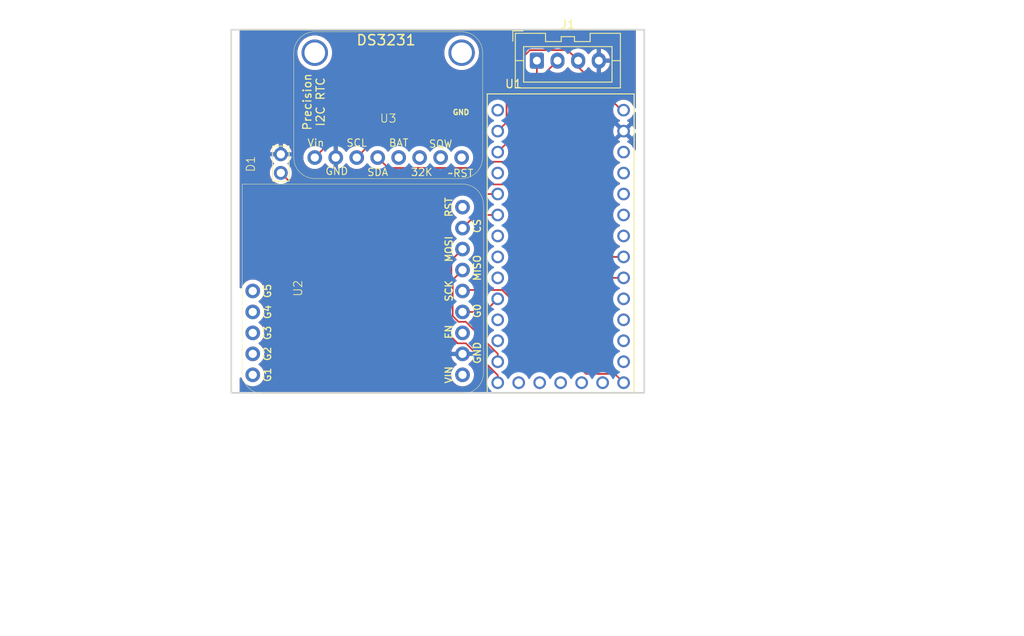
<source format=kicad_pcb>
(kicad_pcb (version 20240108) (generator "pcbnew") (generator_version "8.0")
  (layers (0 "F.Cu" signal) (1 "In1.Cu" signal) (2 "In2.Cu" signal) (31 "B.Cu" signal) (34 "B.Paste" user) (35 "F.Paste" user) (36 "B.SilkS" user "B.Silkscreen") (37 "F.SilkS" user "F.Silkscreen") (38 "B.Mask" user) (39 "F.Mask" user) (44 "Edge.Cuts" user))
  (net 0 "")
  (net 1 "GND")
  (net 19 "VCC")
  (net 20 "/SDA")
  (net 21 "/SCK")
  (net 22 "/MISO")
  (net 24 "/CS")
  (net 25 "Net-(D1-A)")
  (net 26 "/SCL")
  (net 27 "/G0")
  (net 28 "/MOSI")
  (net 29 "/TX")
  (net 31 "/RX")
  (net 33 "Net-(J1-Pin_2)")
  (net 34 "Net-(J1-Pin_1)")
  (footprint "Adafruit RFM+LoRa Breakout:LED (floating)" (layer "F.Cu") (at 68.85 58.275 90)
    (property "Reference" "D1" (at 0 -0.5 90) (layer "F.SilkS") (effects (font (thickness 0.1))))
    (property "Value" "LED (floating)")
    (fp_rect (start -2.075 2.15) (end 2.175 4.15) (stroke (width 0.1)) (fill none) (layer "F.SilkS"))
    (pad "1" thru_hole circle (at -1.075 3.15 180) (size 1.6764 1.6764) (drill 1) (layers "*.Cu" "*.Mask") (net 25 "Net-(D1-A)"))
    (pad "2" thru_hole circle (at 1.175 3.15 180) (size 1.6764 1.6764) (drill 1) (layers "*.Cu" "*.Mask") (net 1 "GND"))
  )
  (footprint "footprintLib:Teensy4.0" (layer "F.Cu") (at 105.88 68.26)
    (property "Reference" "U1" (at -5.715 -19.685 0) (layer "F.SilkS"))
    (property "Value" "DEV-15583")
    (fp_line (start -8.89 -18.48) (end 8.89 -18.48) (stroke (width 0.127)) (layer "F.SilkS"))
    (fp_line (start -8.89 17.78) (end -8.89 -18.48) (stroke (width 0.127)) (layer "F.SilkS"))
    (fp_line (start 8.89 -18.48) (end 8.89 17.78) (stroke (width 0.127)) (layer "F.SilkS"))
    (fp_line (start 8.89 17.78) (end -8.89 17.78) (stroke (width 0.127)) (layer "F.SilkS"))
    (fp_text user "GND" (at -12.065 -16.256 0) (layer "F.SilkS") (effects (font (size 0.64 0.64))))
    (pad "0" thru_hole circle (at -7.62 -13.97) (size 1.53 1.53) (drill 1.02) (layers "*.Cu" "*.Mask") (net 31 "/RX"))
    (pad "1" thru_hole circle (at -7.62 -11.43) (size 1.53 1.53) (drill 1.02) (layers "*.Cu" "*.Mask") (net 29 "/TX"))
    (pad "2" thru_hole circle (at -7.62 -8.89) (size 1.53 1.53) (drill 1.02) (layers "*.Cu" "*.Mask"))
    (pad "3" thru_hole circle (at -7.62 -6.35) (size 1.53 1.53) (drill 1.02) (layers "*.Cu" "*.Mask") (net 25 "Net-(D1-A)"))
    (pad "3.3V_1" thru_hole circle (at -2.54 16.51) (size 1.53 1.53) (drill 1.02) (layers "*.Cu" "*.Mask"))
    (pad "3.3V_2" thru_hole circle (at 7.62 -11.43) (size 1.53 1.53) (drill 1.02) (layers "*.Cu" "*.Mask"))
    (pad "4" thru_hole circle (at -7.62 -3.81) (size 1.53 1.53) (drill 1.02) (layers "*.Cu" "*.Mask") (net 24 "/CS"))
    (pad "5" thru_hole circle (at -7.62 -1.27) (size 1.53 1.53) (drill 1.02) (layers "*.Cu" "*.Mask"))
    (pad "6" thru_hole circle (at -7.62 1.27) (size 1.53 1.53) (drill 1.02) (layers "*.Cu" "*.Mask"))
    (pad "7" thru_hole circle (at -7.62 3.81) (size 1.53 1.53) (drill 1.02) (layers "*.Cu" "*.Mask"))
    (pad "8" thru_hole circle (at -7.62 6.35) (size 1.53 1.53) (drill 1.02) (layers "*.Cu" "*.Mask") (net 27 "/G0"))
    (pad "9" thru_hole circle (at -7.62 8.89) (size 1.53 1.53) (drill 1.02) (layers "*.Cu" "*.Mask"))
    (pad "10" thru_hole circle (at -7.62 11.43) (size 1.53 1.53) (drill 1.02) (layers "*.Cu" "*.Mask"))
    (pad "11" thru_hole circle (at -7.62 13.97) (size 1.53 1.53) (drill 1.02) (layers "*.Cu" "*.Mask") (net 22 "/MISO"))
    (pad "12" thru_hole circle (at -7.62 16.51) (size 1.53 1.53) (drill 1.02) (layers "*.Cu" "*.Mask") (net 28 "/MOSI"))
    (pad "13" thru_hole circle (at 7.62 16.51) (size 1.53 1.53) (drill 1.02) (layers "*.Cu" "*.Mask") (net 21 "/SCK"))
    (pad "14" thru_hole circle (at 7.62 13.97) (size 1.53 1.53) (drill 1.02) (layers "*.Cu" "*.Mask"))
    (pad "15" thru_hole circle (at 7.62 11.43) (size 1.53 1.53) (drill 1.02) (layers "*.Cu" "*.Mask"))
    (pad "16" thru_hole circle (at 7.62 8.89) (size 1.53 1.53) (drill 1.02) (layers "*.Cu" "*.Mask"))
    (pad "17" thru_hole circle (at 7.62 6.35) (size 1.53 1.53) (drill 1.02) (layers "*.Cu" "*.Mask"))
    (pad "18" thru_hole circle (at 7.62 3.81) (size 1.53 1.53) (drill 1.02) (layers "*.Cu" "*.Mask") (net 20 "/SDA"))
    (pad "19" thru_hole circle (at 7.62 1.27) (size 1.53 1.53) (drill 1.02) (layers "*.Cu" "*.Mask") (net 26 "/SCL"))
    (pad "20" thru_hole circle (at 7.62 -1.27) (size 1.53 1.53) (drill 1.02) (layers "*.Cu" "*.Mask"))
    (pad "21" thru_hole circle (at 7.62 -3.81) (size 1.53 1.53) (drill 1.02) (layers "*.Cu" "*.Mask"))
    (pad "22" thru_hole circle (at 7.62 -6.35) (size 1.53 1.53) (drill 1.02) (layers "*.Cu" "*.Mask"))
    (pad "23" thru_hole circle (at 7.62 -8.89) (size 1.53 1.53) (drill 1.02) (layers "*.Cu" "*.Mask"))
    (pad "G1" thru_hole circle (at -7.62 -16.51) (size 1.53 1.53) (drill 1.02) (layers "*.Cu" "*.Mask"))
    (pad "G2" thru_hole circle (at 0 16.51) (size 1.53 1.53) (drill 1.02) (layers "*.Cu" "*.Mask"))
    (pad "G3" thru_hole circle (at 7.62 -13.97) (size 1.53 1.53) (drill 1.02) (layers "*.Cu" "*.Mask") (net 1 "GND"))
    (pad "ON-OFF" thru_hole circle (at 5.08 16.51) (size 1.53 1.53) (drill 1.02) (layers "*.Cu" "*.Mask"))
    (pad "PGM" thru_hole circle (at 2.54 16.51) (size 1.53 1.53) (drill 1.02) (layers "*.Cu" "*.Mask"))
    (pad "VBAT" thru_hole circle (at -5.08 16.51) (size 1.53 1.53) (drill 1.02) (layers "*.Cu" "*.Mask"))
    (pad "VIN" thru_hole circle (at 7.62 -16.51) (size 1.53 1.53) (drill 1.02) (layers "*.Cu" "*.Mask") (net 19 "VCC"))
  )
  (footprint "Adafruit DS3231 RTC Breakout:DS3231" (layer "F.Cu") (at 85 49.25)
    (property "Reference" "U3" (at 0 3.5 0) (layer "F.SilkS") (effects (font (thickness 0.1))))
    (property "Value" "DS3231")
    (fp_line (start -11.43 8.24) (end -11.43 -4.46) (stroke (width 0.05)) (layer "F.SilkS"))
    (fp_line (start -8.89 -7) (end 8.89 -7) (stroke (width 0.05)) (layer "F.SilkS"))
    (fp_line (start 8.89 10.78) (end -8.89 10.78) (stroke (width 0.05)) (layer "F.SilkS"))
    (fp_line (start 11.43 -4.46) (end 11.43 8.24) (stroke (width 0.05)) (layer "F.SilkS"))
    (fp_arc (start -11.43 -4.46) (mid -10.686051 -6.256051) (end -8.89 -7) (stroke (width 0.05)) (layer "F.SilkS"))
    (fp_arc (start -8.89 10.78) (mid -10.686051 10.036051) (end -11.43 8.24) (stroke (width 0.05)) (layer "F.SilkS"))
    (fp_arc (start 8.89 -7) (mid 10.686051 -6.256051) (end 11.43 -4.46) (stroke (width 0.05)) (layer "F.SilkS"))
    (fp_arc (start 11.43 8.24) (mid 10.686051 10.036051) (end 8.89 10.78) (stroke (width 0.05)) (layer "F.SilkS"))
    (fp_text user "SQW" (at 6.35 6.589 0) (layer "F.SilkS") (effects (font (size 0.89408 0.89408) (thickness 0.12192))))
    (fp_text user "SDA" (at -1.27 10.018 0) (layer "F.SilkS") (effects (font (size 0.89408 0.89408) (thickness 0.12192))))
    (fp_text user "Vin" (at -8.763 6.462 0) (layer "F.SilkS") (effects (font (size 0.89408 0.89408) (thickness 0.12192))))
    (fp_text user "DS3231" (at -0.254 -5.984 0) (layer "F.SilkS") (effects (font (size 1.237488 1.237488) (thickness 0.184912))))
    (fp_text user "SCL" (at -3.81 6.462 0) (layer "F.SilkS") (effects (font (size 0.89408 0.89408) (thickness 0.12192))))
    (fp_text user "Precision\nI2C RTC" (at -9 1.5 90) (layer "F.SilkS") (effects (font (size 0.99441 0.99441) (thickness 0.14859))))
    (fp_text user "32K" (at 4.064 10.018 0) (layer "F.SilkS") (effects (font (size 0.89408 0.89408) (thickness 0.12192))))
    (fp_text user "~RST" (at 8.763 10.145 0) (layer "F.SilkS") (effects (font (size 0.89408 0.89408) (thickness 0.12192))))
    (fp_text user "GND" (at -6.223 9.891 0) (layer "F.SilkS") (effects (font (size 0.89408 0.89408) (thickness 0.12192))))
    (fp_text user "BAT" (at 1.27 6.462 0) (layer "F.SilkS") (effects (font (size 0.89408 0.89408) (thickness 0.12192))))
    (pad "1" thru_hole circle (at -8.89 8.24 90) (size 1.778 1.778) (drill 1) (layers "*.Cu" "*.Mask") (net 19 "VCC"))
    (pad "2" thru_hole circle (at -6.35 8.24 90) (size 1.778 1.778) (drill 1) (layers "*.Cu" "*.Mask") (net 1 "GND"))
    (pad "3" thru_hole circle (at -3.81 8.24 90) (size 1.778 1.778) (drill 1) (layers "*.Cu" "*.Mask") (net 26 "/SCL"))
    (pad "4" thru_hole circle (at -1.27 8.24 90) (size 1.778 1.778) (drill 1) (layers "*.Cu" "*.Mask") (net 20 "/SDA"))
    (pad "5" thru_hole circle (at 1.27 8.24 90) (size 1.778 1.778) (drill 1) (layers "*.Cu" "*.Mask"))
    (pad "6" thru_hole circle (at 3.81 8.24 90) (size 1.778 1.778) (drill 1) (layers "*.Cu" "*.Mask"))
    (pad "7" thru_hole circle (at 6.35 8.24 90) (size 1.778 1.778) (drill 1) (layers "*.Cu" "*.Mask"))
    (pad "8" thru_hole circle (at 8.89 8.24 90) (size 1.778 1.778) (drill 1) (layers "*.Cu" "*.Mask"))
    (pad "P$1" thru_hole circle (at -8.89 -4.46) (size 3.2 3.2) (drill 2.5) (layers "*.Cu" "*.Mask"))
    (pad "P$1" thru_hole circle (at 8.89 -4.46) (size 3.2 3.2) (drill 2.5) (layers "*.Cu" "*.Mask"))
    (zone (net 0) (net_name "") (layer "F.Cu") (connect_pads (clearance 0)) (min_thickness 0.25)
      (keepout (tracks not_allowed) (vias not_allowed) (pads not_allowed) (copperpour not_allowed) (footprints allowed))
      (fill (thermal_gap 0.5) (thermal_bridge_width 0.5))
      (polygon (pts (xy 78.126 44.79) (xy 78.10638 44.509427) (xy 78.047904 44.234315) (xy 77.951708 43.970019) (xy 77.819665 43.721683) (xy 77.654346 43.49414) (xy 77.458967 43.29182) (xy 77.237333 43.11866) (xy 76.993756 42.978031) (xy 76.732978 42.87267) (xy 76.460075 42.804628) (xy 76.180357 42.775228) (xy 75.899271 42.785044) (xy 75.622285 42.833884) (xy 75.354793 42.920797) (xy 75.102 43.044093) (xy 74.868826 43.20137) (xy 74.659811 43.389569) (xy 74.479022 43.605025) (xy 74.329978 43.843545) (xy 74.21558 44.100487) (xy 74.138054 44.37085) (xy 74.098911 44.649371) (xy 74.098911 44.930629) (xy 74.138054 45.20915) (xy 74.21558 45.479513) (xy 74.329978 45.736455) (xy 74.479022 45.974975) (xy 74.659811 46.190431) (xy 74.868826 46.37863) (xy 75.102 46.535907) (xy 75.354793 46.659203) (xy 75.622285 46.746116) (xy 75.899271 46.794956) (xy 76.180357 46.804772) (xy 76.460075 46.775372) (xy 76.732978 46.70733) (xy 76.993756 46.601969) (xy 77.237333 46.46134) (xy 77.458967 46.28818) (xy 77.654346 46.08586) (xy 77.819665 45.858317) (xy 77.951708 45.609981) (xy 78.047904 45.345685) (xy 78.10638 45.070573)))
      (polygon (pts (xy 76.094 44.79) (xy 76.098686 44.801314) (xy 76.11 44.806) (xy 76.121314 44.801314) (xy 76.126 44.79) (xy 76.121314 44.778686) (xy 76.11 44.774) (xy 76.098686 44.778686)))
    )
    (zone (net 0) (net_name "") (layer "F.Cu") (connect_pads (clearance 0)) (min_thickness 0.25)
      (keepout (tracks not_allowed) (vias not_allowed) (pads not_allowed) (copperpour not_allowed) (footprints allowed))
      (fill (thermal_gap 0.5) (thermal_bridge_width 0.5))
      (polygon (pts (xy 95.906 44.79) (xy 95.88638 44.509427) (xy 95.827904 44.234315) (xy 95.731708 43.970019) (xy 95.599665 43.721683) (xy 95.434346 43.49414) (xy 95.238967 43.29182) (xy 95.017333 43.11866) (xy 94.773756 42.978031) (xy 94.512978 42.87267) (xy 94.240075 42.804628) (xy 93.960357 42.775228) (xy 93.679271 42.785044) (xy 93.402285 42.833884) (xy 93.134793 42.920797) (xy 92.882 43.044093) (xy 92.648826 43.20137) (xy 92.439811 43.389569) (xy 92.259022 43.605025) (xy 92.109978 43.843545) (xy 91.99558 44.100487) (xy 91.918054 44.37085) (xy 91.878911 44.649371) (xy 91.878911 44.930629) (xy 91.918054 45.20915) (xy 91.99558 45.479513) (xy 92.109978 45.736455) (xy 92.259022 45.974975) (xy 92.439811 46.190431) (xy 92.648826 46.37863) (xy 92.882 46.535907) (xy 93.134793 46.659203) (xy 93.402285 46.746116) (xy 93.679271 46.794956) (xy 93.960357 46.804772) (xy 94.240075 46.775372) (xy 94.512978 46.70733) (xy 94.773756 46.601969) (xy 95.017333 46.46134) (xy 95.238967 46.28818) (xy 95.434346 46.08586) (xy 95.599665 45.858317) (xy 95.731708 45.609981) (xy 95.827904 45.345685) (xy 95.88638 45.070573)))
      (polygon (pts (xy 93.874 44.79) (xy 93.878686 44.801314) (xy 93.89 44.806) (xy 93.901314 44.801314) (xy 93.906 44.79) (xy 93.901314 44.778686) (xy 93.89 44.774) (xy 93.878686 44.778686)))
    )
    (zone (net 0) (net_name "") (layer "B.Cu") (connect_pads (clearance 0)) (min_thickness 0.25)
      (keepout (tracks not_allowed) (vias not_allowed) (pads not_allowed) (copperpour not_allowed) (footprints allowed))
      (fill (thermal_gap 0.5) (thermal_bridge_width 0.5))
      (polygon (pts (xy 78.126 44.79) (xy 78.10638 44.509427) (xy 78.047904 44.234315) (xy 77.951708 43.970019) (xy 77.819665 43.721683) (xy 77.654346 43.49414) (xy 77.458967 43.29182) (xy 77.237333 43.11866) (xy 76.993756 42.978031) (xy 76.732978 42.87267) (xy 76.460075 42.804628) (xy 76.180357 42.775228) (xy 75.899271 42.785044) (xy 75.622285 42.833884) (xy 75.354793 42.920797) (xy 75.102 43.044093) (xy 74.868826 43.20137) (xy 74.659811 43.389569) (xy 74.479022 43.605025) (xy 74.329978 43.843545) (xy 74.21558 44.100487) (xy 74.138054 44.37085) (xy 74.098911 44.649371) (xy 74.098911 44.930629) (xy 74.138054 45.20915) (xy 74.21558 45.479513) (xy 74.329978 45.736455) (xy 74.479022 45.974975) (xy 74.659811 46.190431) (xy 74.868826 46.37863) (xy 75.102 46.535907) (xy 75.354793 46.659203) (xy 75.622285 46.746116) (xy 75.899271 46.794956) (xy 76.180357 46.804772) (xy 76.460075 46.775372) (xy 76.732978 46.70733) (xy 76.993756 46.601969) (xy 77.237333 46.46134) (xy 77.458967 46.28818) (xy 77.654346 46.08586) (xy 77.819665 45.858317) (xy 77.951708 45.609981) (xy 78.047904 45.345685) (xy 78.10638 45.070573)))
      (polygon (pts (xy 76.094 44.79) (xy 76.098686 44.801314) (xy 76.11 44.806) (xy 76.121314 44.801314) (xy 76.126 44.79) (xy 76.121314 44.778686) (xy 76.11 44.774) (xy 76.098686 44.778686)))
    )
    (zone (net 0) (net_name "") (layer "B.Cu") (connect_pads (clearance 0)) (min_thickness 0.25)
      (keepout (tracks not_allowed) (vias not_allowed) (pads not_allowed) (copperpour not_allowed) (footprints allowed))
      (fill (thermal_gap 0.5) (thermal_bridge_width 0.5))
      (polygon (pts (xy 95.906 44.79) (xy 95.88638 44.509427) (xy 95.827904 44.234315) (xy 95.731708 43.970019) (xy 95.599665 43.721683) (xy 95.434346 43.49414) (xy 95.238967 43.29182) (xy 95.017333 43.11866) (xy 94.773756 42.978031) (xy 94.512978 42.87267) (xy 94.240075 42.804628) (xy 93.960357 42.775228) (xy 93.679271 42.785044) (xy 93.402285 42.833884) (xy 93.134793 42.920797) (xy 92.882 43.044093) (xy 92.648826 43.20137) (xy 92.439811 43.389569) (xy 92.259022 43.605025) (xy 92.109978 43.843545) (xy 91.99558 44.100487) (xy 91.918054 44.37085) (xy 91.878911 44.649371) (xy 91.878911 44.930629) (xy 91.918054 45.20915) (xy 91.99558 45.479513) (xy 92.109978 45.736455) (xy 92.259022 45.974975) (xy 92.439811 46.190431) (xy 92.648826 46.37863) (xy 92.882 46.535907) (xy 93.134793 46.659203) (xy 93.402285 46.746116) (xy 93.679271 46.794956) (xy 93.960357 46.804772) (xy 94.240075 46.775372) (xy 94.512978 46.70733) (xy 94.773756 46.601969) (xy 95.017333 46.46134) (xy 95.238967 46.28818) (xy 95.434346 46.08586) (xy 95.599665 45.858317) (xy 95.731708 45.609981) (xy 95.827904 45.345685) (xy 95.88638 45.070573)))
      (polygon (pts (xy 93.874 44.79) (xy 93.878686 44.801314) (xy 93.89 44.806) (xy 93.901314 44.801314) (xy 93.906 44.79) (xy 93.901314 44.778686) (xy 93.89 44.774) (xy 93.878686 44.778686)))
    )
  )
  (footprint "Adafruit RFM+LoRa Breakout:RFM95W" (layer "F.Cu") (at 78.5802 73.333 90)
    (property "Reference" "U2" (at 0 -4.5 90) (layer "F.SilkS") (effects (font (thickness 0.1))))
    (property "Value" "RFM95W")
    (fp_line (start 12.627 -11.2502) (end 12.627 15.4198) (stroke (width 0.05)) (layer "F.SilkS"))
    (fp_line (start -10.233 -11.2502) (end 12.627 -11.2502) (stroke (width 0.05)) (layer "F.SilkS"))
    (fp_line (start -12.773 15.4198) (end -12.773 -8.7102) (stroke (width 0.05)) (layer "F.SilkS"))
    (fp_line (start 10.087 17.9598) (end -10.233 17.9598) (stroke (width 0.05)) (layer "F.SilkS"))
    (fp_arc (start -12.773 -8.7102) (mid -12.029051 -10.506251) (end -10.233 -11.2502) (stroke (width 0.05)) (layer "F.SilkS"))
    (fp_arc (start 12.627 15.4198) (mid 11.883051 17.215851) (end 10.087 17.9598) (stroke (width 0.05)) (layer "F.SilkS"))
    (fp_arc (start -10.233 17.9598) (mid -12.029051 17.215851) (end -12.773 15.4198) (stroke (width 0.05)) (layer "F.SilkS"))
    (fp_text user "G0" (at -2.74 17.1978 90) (layer "F.SilkS") (effects (font (size 0.8636 0.8636) (thickness 0.1524))))
    (fp_text user "VIN" (at -10.487 13.7688 90) (layer "F.SilkS") (effects (font (size 0.8636 0.8636) (thickness 0.1524))))
    (fp_text user "EN" (at -5.28 13.7688 90) (layer "F.SilkS") (effects (font (size 0.8636 0.8636) (thickness 0.1524))))
    (fp_text user "CS" (at 7.547 17.1978 90) (layer "F.SilkS") (effects (font (size 0.8636 0.8636) (thickness 0.1524))))
    (fp_text user "MOSI" (at 4.753 13.7688 90) (layer "F.SilkS") (effects (font (size 0.8636 0.8636) (thickness 0.1524))))
    (fp_text user "MISO" (at 2.467 17.1978 90) (layer "F.SilkS") (effects (font (size 0.8636 0.8636) (thickness 0.1524))))
    (fp_text user "G5" (at -0.327 -8.2022 90) (layer "F.SilkS") (effects (font (size 0.8636 0.8636) (thickness 0.1524))))
    (fp_text user "SCK" (at -0.327 13.7688 90) (layer "F.SilkS") (effects (font (size 0.8636 0.8636) (thickness 0.1524))))
    (fp_text user "GND" (at -7.82 17.1978 90) (layer "F.SilkS") (effects (font (size 0.8636 0.8636) (thickness 0.1524))))
    (fp_text user "G3" (at -5.407 -8.2022 90) (layer "F.SilkS") (effects (font (size 0.8636 0.8636) (thickness 0.1524))))
    (fp_text user "G1" (at -10.487 -8.2022 90) (layer "F.SilkS") (effects (font (size 0.8636 0.8636) (thickness 0.1524))))
    (fp_text user "RST" (at 9.833 13.7688 90) (layer "F.SilkS") (effects (font (size 0.8636 0.8636) (thickness 0.1524))))
    (fp_text user "G2" (at -7.947 -8.2022 90) (layer "F.SilkS") (effects (font (size 0.8636 0.8636) (thickness 0.1524))))
    (fp_text user "G4" (at -2.867 -8.2022 90) (layer "F.SilkS") (effects (font (size 0.8636 0.8636) (thickness 0.1524))))
    (pad "1" thru_hole circle (at -10.487 -9.9802 180) (size 1.778 1.778) (drill 1) (layers "*.Cu" "*.Mask"))
    (pad "1" thru_hole circle (at -10.487 15.4198 180) (size 1.778 1.778) (drill 1) (layers "*.Cu" "*.Mask") (net 19 "VCC"))
    (pad "2" thru_hole circle (at -7.947 -9.9802 180) (size 1.778 1.778) (drill 1) (layers "*.Cu" "*.Mask"))
    (pad "2" thru_hole circle (at -7.947 15.4198 180) (size 1.778 1.778) (drill 1) (layers "*.Cu" "*.Mask") (net 1 "GND"))
    (pad "3" thru_hole circle (at -5.407 -9.9802 180) (size 1.778 1.778) (drill 1) (layers "*.Cu" "*.Mask"))
    (pad "3" thru_hole circle (at -5.407 15.4198 180) (size 1.778 1.778) (drill 1) (layers "*.Cu" "*.Mask"))
    (pad "4" thru_hole circle (at -2.867 -9.9802 180) (size 1.778 1.778) (drill 1) (layers "*.Cu" "*.Mask"))
    (pad "4" thru_hole circle (at -2.867 15.4198 180) (size 1.778 1.778) (drill 1) (layers "*.Cu" "*.Mask") (net 27 "/G0"))
    (pad "5" thru_hole circle (at -0.327 -9.9802 180) (size 1.778 1.778) (drill 1) (layers "*.Cu" "*.Mask"))
    (pad "5" thru_hole circle (at -0.327 15.4198 180) (size 1.778 1.778) (drill 1) (layers "*.Cu" "*.Mask") (net 21 "/SCK"))
    (pad "6" thru_hole circle (at 2.213 15.4198 180) (size 1.778 1.778) (drill 1) (layers "*.Cu" "*.Mask") (net 22 "/MISO"))
    (pad "7" thru_hole circle (at 4.753 15.4198 180) (size 1.778 1.778) (drill 1) (layers "*.Cu" "*.Mask") (net 28 "/MOSI"))
    (pad "8" thru_hole circle (at 7.293 15.4198 180) (size 1.778 1.778) (drill 1) (layers "*.Cu" "*.Mask") (net 24 "/CS"))
    (pad "9" thru_hole circle (at 9.833 15.4198 180) (size 1.778 1.778) (drill 1) (layers "*.Cu" "*.Mask"))
  )
  (footprint "Connector_JST:JST_XA_B04B-XASK-1_1x04_P2.50mm_Vertical" (layer "F.Cu") (at 103 45.75)
    (property "Reference" "J1" (at 3.75 -4.4 0) (layer "F.SilkS"))
    (property "Value" "JST_XA_B04B-XASK-1_1x04_P2.50mm_Vertical")
    (fp_line (start -2.91 -3.61) (end -2.91 -2.36) (stroke (width 0.12)) (layer "F.SilkS"))
    (fp_line (start -2.61 -3.31) (end -2.61 3.31) (stroke (width 0.12)) (layer "F.SilkS"))
    (fp_line (start -2.61 0) (end -1.6 0) (stroke (width 0.12)) (layer "F.SilkS"))
    (fp_line (start -2.61 3.31) (end 10.11 3.31) (stroke (width 0.12)) (layer "F.SilkS"))
    (fp_line (start -1.66 -3.61) (end -2.91 -3.61) (stroke (width 0.12)) (layer "F.SilkS"))
    (fp_line (start -1.6 -1.7) (end -1.6 2.6) (stroke (width 0.12)) (layer "F.SilkS"))
    (fp_line (start -1.6 2.6) (end 9.1 2.6) (stroke (width 0.12)) (layer "F.SilkS"))
    (fp_line (start 1.05 -3.31) (end -2.61 -3.31) (stroke (width 0.12)) (layer "F.SilkS"))
    (fp_line (start 1.05 -2.31) (end 1.05 -3.31) (stroke (width 0.12)) (layer "F.SilkS"))
    (fp_line (start 2.95 -2.91) (end 2.95 -2.31) (stroke (width 0.12)) (layer "F.SilkS"))
    (fp_line (start 2.95 -2.31) (end 1.05 -2.31) (stroke (width 0.12)) (layer "F.SilkS"))
    (fp_line (start 4.55 -2.91) (end 2.95 -2.91) (stroke (width 0.12)) (layer "F.SilkS"))
    (fp_line (start 4.55 -2.31) (end 4.55 -2.91) (stroke (width 0.12)) (layer "F.SilkS"))
    (fp_line (start 6.45 -3.31) (end 6.45 -2.31) (stroke (width 0.12)) (layer "F.SilkS"))
    (fp_line (start 6.45 -2.31) (end 4.55 -2.31) (stroke (width 0.12)) (layer "F.SilkS"))
    (fp_line (start 9.1 -1.7) (end -1.6 -1.7) (stroke (width 0.12)) (layer "F.SilkS"))
    (fp_line (start 9.1 2.6) (end 9.1 -1.7) (stroke (width 0.12)) (layer "F.SilkS"))
    (fp_line (start 10.11 -3.31) (end 6.45 -3.31) (stroke (width 0.12)) (layer "F.SilkS"))
    (fp_line (start 10.11 0) (end 9.1 0) (stroke (width 0.12)) (layer "F.SilkS"))
    (fp_line (start 10.11 3.31) (end 10.11 -3.31) (stroke (width 0.12)) (layer "F.SilkS"))
    (pad "1" thru_hole roundrect (at 0 0) (size 1.7 1.95) (drill 0.95) (layers "*.Cu" "*.Mask") (roundrect_rratio 0.147059) (net 34 "Net-(J1-Pin_1)"))
    (pad "2" thru_hole oval (at 2.5 0) (size 1.7 1.95) (drill 0.95) (layers "*.Cu" "*.Mask") (net 33 "Net-(J1-Pin_2)"))
    (pad "3" thru_hole oval (at 5 0) (size 1.7 1.95) (drill 0.95) (layers "*.Cu" "*.Mask") (net 19 "VCC"))
    (pad "4" thru_hole oval (at 7.5 0) (size 1.7 1.95) (drill 0.95) (layers "*.Cu" "*.Mask") (net 1 "GND"))
  )
  (gr_rect (start 66 42) (end 116 86) (stroke (width 0.2)) (fill none) (layer "Edge.Cuts"))
  (segment (start 103 47.25) (end 103 46) (width 0.2) (layer "F.Cu") (net 0))
  (segment (start 99.75 51.5) (end 105.5 45.75) (width 0.2) (layer "F.Cu") (net 0))
  (segment (start 99.3282 50.9218) (end 103 47.25) (width 0.2) (layer "F.Cu") (net 0))
  (segment (start 98.26 56.83) (end 99.75 55.34) (width 0.2) (layer "F.Cu") (net 0))
  (segment (start 98.26 54.29) (end 99.3282 53.2218) (width 0.2) (layer "F.Cu") (net 0))
  (segment (start 99.3282 53.2218) (end 99.3282 50.9218) (width 0.2) (layer "F.Cu") (net 0))
  (segment (start 99.75 55.34) (end 99.75 51.5) (width 0.2) (layer "F.Cu") (net 0))
  (segment (start 105.25 46) (end 105.5 46) (width 0.2) (layer "F.Cu") (net 0))
  (segment (start 110.5 46.5) (end 110.5 46) (width 0.2) (layer "F.Cu") (net 1))
  (segment (start 108 45.75) (end 106.7218 44.4718) (width 0.2) (layer "F.Cu") (net 19))
  (segment (start 108 46) (end 108 46.51) (width 0.2) (layer "F.Cu") (net 19))
  (segment (start 108 46.51) (end 113.49 52) (width 0.2) (layer "F.Cu") (net 19))
  (segment (start 106.7218 44.4718) (end 102.16393 44.4718) (width 0.2) (layer "F.Cu") (net 19))
  (segment (start 91.554035 55.081695) (end 78.518305 55.081695) (width 0.2) (layer "F.Cu") (net 19))
  (segment (start 78.518305 55.081695) (end 78.425 55.175) (width 0.2) (layer "F.Cu") (net 19))
  (segment (start 102.16393 44.4718) (end 91.554035 55.081695) (width 0.2) (layer "F.Cu") (net 19))
  (segment (start 78.425 55.175) (end 76.11 57.49) (width 0.2) (layer "F.Cu") (net 19))
  (segment (start 95.75 58.75) (end 97.75 60.75) (width 0.2) (layer "F.Cu") (net 20))
  (segment (start 83.73 57.49) (end 84.99 58.75) (width 0.2) (layer "F.Cu") (net 20))
  (segment (start 110.57 72.07) (end 113.5 72.07) (width 0.2) (layer "F.Cu") (net 20))
  (segment (start 99.25 60.75) (end 110.57 72.07) (width 0.2) (layer "F.Cu") (net 20))
  (segment (start 97.75 60.75) (end 99.25 60.75) (width 0.2) (layer "F.Cu") (net 20))
  (segment (start 84.99 58.75) (end 95.75 58.75) (width 0.2) (layer "F.Cu") (net 20))
  (segment (start 94 73.66) (end 94.1182 73.5418) (width 0.2) (layer "F.Cu") (net 21))
  (segment (start 108.9518 83.7018) (end 112.4318 83.7018) (width 0.2) (layer "F.Cu") (net 21))
  (segment (start 94.1182 73.5418) (end 98.7918 73.5418) (width 0.2) (layer "F.Cu") (net 21))
  (segment (start 98.7918 73.5418) (end 108.9518 83.7018) (width 0.2) (layer "F.Cu") (net 21))
  (segment (start 112.4318 83.7018) (end 113.5 84.77) (width 0.2) (layer "F.Cu") (net 21))
  (segment (start 98.26 81.26) (end 94.3922 77.3922) (width 0.2) (layer "F.Cu") (net 22))
  (segment (start 94.3922 77.3922) (end 93.506174 77.3922) (width 0.2) (layer "F.Cu") (net 22))
  (segment (start 93.506174 77.3922) (end 92.8078 76.693826) (width 0.2) (layer "F.Cu") (net 22))
  (segment (start 98.26 82.23) (end 98.26 81.26) (width 0.2) (layer "F.Cu") (net 22))
  (segment (start 92.8078 72.3122) (end 94 71.12) (width 0.2) (layer "F.Cu") (net 22))
  (segment (start 92.8078 76.693826) (end 92.8078 72.3122) (width 0.2) (layer "F.Cu") (net 22))
  (segment (start 95.59 64.45) (end 94 66.04) (width 0.2) (layer "F.Cu") (net 24))
  (segment (start 98.26 64.45) (end 95.59 64.45) (width 0.2) (layer "F.Cu") (net 24))
  (segment (start 98.26 61.91) (end 74.56 61.91) (width 0.2) (layer "F.Cu") (net 25))
  (segment (start 74.56 61.91) (end 72 59.35) (width 0.2) (layer "F.Cu") (net 25))
  (segment (start 83.195105 55.484895) (end 94.984895 55.484895) (width 0.2) (layer "F.Cu") (net 26))
  (segment (start 110.53 69.53) (end 113.5 69.53) (width 0.2) (layer "F.Cu") (net 26))
  (segment (start 94.984895 55.484895) (end 97.5 58) (width 0.2) (layer "F.Cu") (net 26))
  (segment (start 97.5 58) (end 99 58) (width 0.2) (layer "F.Cu") (net 26))
  (segment (start 99 58) (end 110.53 69.53) (width 0.2) (layer "F.Cu") (net 26))
  (segment (start 81.19 57.49) (end 83.195105 55.484895) (width 0.2) (layer "F.Cu") (net 26))
  (segment (start 96.67 76.2) (end 94 76.2) (width 0.2) (layer "F.Cu") (net 27))
  (segment (start 98.26 74.61) (end 96.67 76.2) (width 0.2) (layer "F.Cu") (net 27))
  (segment (start 98.26 84.77) (end 98.26 83.853974) (width 0.2) (layer "F.Cu") (net 28))
  (segment (start 98.26 83.853974) (end 94.406026 80) (width 0.2) (layer "F.Cu") (net 28))
  (segment (start 92.649895 69.930105) (end 94 68.58) (width 0.2) (layer "F.Cu") (net 28))
  (segment (start 92.649895 71.899895) (end 92.649895 69.930105) (width 0.2) (layer "F.Cu") (net 28))
  (segment (start 93.4046 80) (end 92.4046 79) (width 0.2) (layer "F.Cu") (net 28))
  (segment (start 94.406026 80) (end 93.4046 80) (width 0.2) (layer "F.Cu") (net 28))
  (segment (start 92.4046 79) (end 92.4046 72.14519) (width 0.2) (layer "F.Cu") (net 28))
  (segment (start 92.4046 72.14519) (end 92.649895 71.899895) (width 0.2) (layer "F.Cu") (net 28))
  (zone (net 1) (net_name "GND") (layers "F.Cu" "In1.Cu" "In2.Cu" "B.Cu") (connect_pads (clearance 0.5)) (min_thickness 0.25) (fill yes (thermal_gap 0.5) (thermal_bridge_width 0.5))
    (polygon (pts (xy 161 40) (xy 38 39.5) (xy 38 115.5) (xy 162 115.5)))
  )
)
</source>
